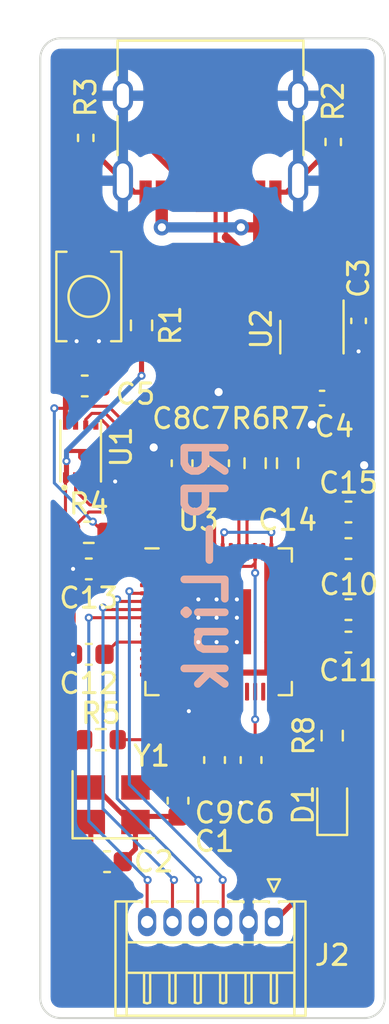
<source format=kicad_pcb>
(kicad_pcb (version 20211014) (generator pcbnew)
  (layers (0 "F.Cu" signal) (31 "B.Cu" signal) (34 "B.Paste" user) (35 "F.Paste" user) (36 "B.SilkS" user "B.Silkscreen") (37 "F.SilkS" user "F.Silkscreen") (38 "B.Mask" user) (39 "F.Mask" user) (44 "Edge.Cuts" user))
  (net 0 "")
  (net 1 "GND")
  (net 2 "/XOUT")
  (net 3 "Net-(C2-Pad2)")
  (net 4 "VBUS")
  (net 5 "+3.3V")
  (net 6 "+1V1")
  (net 7 "/GPIO25")
  (net 8 "Net-(J1-PadA5)")
  (net 9 "/USB_D+")
  (net 10 "/USB_D-")
  (net 12 "Net-(J1-PadB5)")
  (net 14 "/GPIO2")
  (net 15 "/GPIO3")
  (net 16 "/GPIO4")
  (net 17 "/GPIO5")
  (net 18 "Net-(R1-Pad1)")
  (net 19 "/QSPI_SS")
  (net 20 "/XIN")
  (net 21 "Net-(R6-Pad2)")
  (net 22 "Net-(R7-Pad2)")
  (net 23 "/QSPI_SD1")
  (net 24 "/QSPI_SD2")
  (net 25 "/QSPI_SD0")
  (net 26 "/QSPI_SCLK")
  (net 27 "/QSPI_SD3")
  (net 57 "Net-(D1-Pad2)")
  (footprint "Resistor_SMD:R_0402_1005Metric" (layer "F.Cu") (at 130.65 69.4 -90)
    (fp_text reference "R2" (at -2 0 90) (layer "F.SilkS"))
    (fp_text value "5.1K")
    (pad "1" smd roundrect (at -0.51 0 270) (size 0.54 0.64) (layers "F.Cu" "F.Paste" "F.Mask") (net 8 "Net-(J1-PadA5)"))
    (pad "2" smd roundrect (at 0.51 0 270) (size 0.54 0.64) (layers "F.Cu" "F.Paste" "F.Mask") (net 1 "GND"))
  )
  (footprint "Resistor_SMD:R_0603_1608Metric" (layer "F.Cu") (at 119.2 98.8)
    (fp_text reference "R5" (at 0 -1.3) (layer "F.SilkS"))
    (fp_text value "1K")
    (pad "1" smd roundrect (at -0.825 0) (size 0.8 0.95) (layers "F.Cu" "F.Paste" "F.Mask") (net 3 "Net-(C2-Pad2)"))
    (pad "2" smd roundrect (at 0.825 0) (size 0.8 0.95) (layers "F.Cu" "F.Paste" "F.Mask") (net 20 "/XIN"))
  )
  (footprint "Crystal:Crystal_SMD_3225-4Pin_3.2x2.5mm" (layer "F.Cu") (at 119.8 102)
    (fp_text reference "Y1" (at 1.9 -2.4 180) (layer "F.SilkS"))
    (fp_text value "Crystal_GND24")
    (pad "1" smd rect (at -1.1 0.85) (size 1.4 1.2) (layers "F.Cu" "F.Paste" "F.Mask") (net 3 "Net-(C2-Pad2)"))
    (pad "2" smd rect (at 1.1 0.85) (size 1.4 1.2) (layers "F.Cu" "F.Paste" "F.Mask") (net 1 "GND"))
    (pad "3" smd rect (at 1.1 -0.85) (size 1.4 1.2) (layers "F.Cu" "F.Paste" "F.Mask") (net 2 "/XOUT"))
    (pad "4" smd rect (at -1.1 -0.85) (size 1.4 1.2) (layers "F.Cu" "F.Paste" "F.Mask") (net 1 "GND"))
  )
  (footprint "Package_SON:USON-8_2x3mm_P0.6mm" (layer "F.Cu") (at 118.2 84.6 90)
    (fp_text reference "U1" (at 0.2 2 90 unlocked) (layer "F.SilkS"))
    (fp_text value "W25Q16JVUX")
    (pad "1" smd rect (at -1.5 -0.75 90) (size 0.45 0.25) (drill (offset 0.225 0)) (layers "F.Cu" "F.Paste" "F.Mask") (net 19 "/QSPI_SS"))
    (pad "2" smd rect (at -1.5 -0.25 90) (size 0.45 0.25) (drill (offset 0.225 0)) (layers "F.Cu" "F.Paste" "F.Mask") (net 23 "/QSPI_SD1"))
    (pad "3" smd rect (at -1.5 0.25 90) (size 0.45 0.25) (drill (offset 0.225 0)) (layers "F.Cu" "F.Paste" "F.Mask") (net 24 "/QSPI_SD2"))
    (pad "4" smd rect (at -1.5 0.75 90) (size 0.45 0.25) (drill (offset 0.225 0)) (layers "F.Cu" "F.Paste" "F.Mask") (net 1 "GND"))
    (pad "5" smd rect (at 1.5 0.75 270) (size 0.45 0.25) (drill (offset 0.225 0)) (layers "F.Cu" "F.Paste" "F.Mask") (net 25 "/QSPI_SD0"))
    (pad "6" smd rect (at 1.5 0.25 270) (size 0.45 0.25) (drill (offset 0.225 0)) (layers "F.Cu" "F.Paste" "F.Mask") (net 26 "/QSPI_SCLK"))
    (pad "7" smd rect (at 1.5 -0.25 270) (size 0.45 0.25) (drill (offset 0.225 0)) (layers "F.Cu" "F.Paste" "F.Mask") (net 27 "/QSPI_SD3"))
    (pad "8" smd rect (at 1.5 -0.75 270) (size 0.45 0.25) (drill (offset 0.225 0)) (layers "F.Cu" "F.Paste" "F.Mask") (net 5 "+3.3V"))
    (pad "9" smd roundrect (at 0 0 90) (size 0.2 1.6) (layers "F.Cu" "F.Paste" "F.Mask") (roundrect_rratio 0) (chamfer_ratio 0.5) (chamfer top_left) (net 1 "GND"))
  )
  (footprint "Capacitor_SMD:C_0603_1608Metric" (layer "F.Cu") (at 118.6 94.6 180)
    (fp_text reference "C12" (at 0 -1.43) (layer "F.SilkS"))
    (fp_text value "100n")
    (pad "1" smd roundrect (at -0.775 0 180) (size 0.9 0.95) (layers "F.Cu" "F.Paste" "F.Mask") (net 5 "+3.3V"))
    (pad "2" smd roundrect (at 0.775 0 180) (size 0.9 0.95) (layers "F.Cu" "F.Paste" "F.Mask") (net 1 "GND"))
  )
  (footprint "Capacitor_SMD:C_0402_1005Metric" (layer "F.Cu") (at 130.1 82 180)
    (fp_text reference "C4" (at -0.6 -1.4) (layer "F.SilkS"))
    (fp_text value "1u")
    (pad "1" smd roundrect (at -0.48 0 180) (size 0.56 0.62) (layers "F.Cu" "F.Paste" "F.Mask") (net 5 "+3.3V"))
    (pad "2" smd roundrect (at 0.48 0 180) (size 0.56 0.62) (layers "F.Cu" "F.Paste" "F.Mask") (net 1 "GND"))
  )
  (footprint "Resistor_SMD:R_0402_1005Metric" (layer "F.Cu") (at 118.45 69.2 -90)
    (fp_text reference "R3" (at -2 0 90) (layer "F.SilkS"))
    (fp_text value "5.1K")
    (pad "1" smd roundrect (at -0.51 0 270) (size 0.54 0.64) (layers "F.Cu" "F.Paste" "F.Mask") (net 12 "Net-(J1-PadB5)"))
    (pad "2" smd roundrect (at 0.51 0 270) (size 0.54 0.64) (layers "F.Cu" "F.Paste" "F.Mask") (net 1 "GND"))
  )
  (footprint "Package_TO_SOT_SMD:SOT-23-5" (layer "F.Cu") (at 129.6 79 -90)
    (fp_text reference "U2" (at -0.4 2.5 90) (layer "F.SilkS"))
    (fp_text value "ME6211C33M5G")
    (pad "1" smd roundrect (at -1.1375 -0.95 270) (size 1.325 0.6) (layers "F.Cu" "F.Paste" "F.Mask") (net 4 "VBUS"))
    (pad "2" smd roundrect (at -1.1375 0 270) (size 1.325 0.6) (layers "F.Cu" "F.Paste" "F.Mask") (net 1 "GND"))
    (pad "3" smd roundrect (at -1.1375 0.95 270) (size 1.325 0.6) (layers "F.Cu" "F.Paste" "F.Mask") (net 4 "VBUS"))
    (pad "4" smd roundrect (at 1.1375 0.95 270) (size 1.325 0.6) (layers "F.Cu" "F.Paste" "F.Mask"))
    (pad "5" smd roundrect (at 1.1375 -0.95 270) (size 1.325 0.6) (layers "F.Cu" "F.Paste" "F.Mask") (net 5 "+3.3V"))
  )
  (footprint "Resistor_SMD:R_0603_1608Metric" (layer "F.Cu") (at 121.2 78.42 -90)
    (fp_text reference "R1" (at 0 -1.43 90) (layer "F.SilkS"))
    (fp_text value "1K")
    (pad "1" smd roundrect (at -0.825 0 270) (size 0.8 0.95) (layers "F.Cu" "F.Paste" "F.Mask") (net 18 "Net-(R1-Pad1)"))
    (pad "2" smd roundrect (at 0.825 0 270) (size 0.8 0.95) (layers "F.Cu" "F.Paste" "F.Mask") (net 19 "/QSPI_SS"))
  )
  (footprint "Capacitor_SMD:C_0603_1608Metric" (layer "F.Cu") (at 124.8 99.8 -90)
    (fp_text reference "C9" (at 2.6 0 180) (layer "F.SilkS"))
    (fp_text value "1u")
    (pad "1" smd roundrect (at -0.775 0 270) (size 0.9 0.95) (layers "F.Cu" "F.Paste" "F.Mask") (net 5 "+3.3V"))
    (pad "2" smd roundrect (at 0.775 0 270) (size 0.9 0.95) (layers "F.Cu" "F.Paste" "F.Mask") (net 1 "GND"))
  )
  (footprint "Capacitor_SMD:C_0603_1608Metric" (layer "F.Cu") (at 119.5 104.8 180)
    (fp_text reference "C2" (at -2.3 0 180) (layer "F.SilkS"))
    (fp_text value "20p")
    (pad "1" smd roundrect (at -0.775 0 180) (size 0.9 0.95) (layers "F.Cu" "F.Paste" "F.Mask") (net 1 "GND"))
    (pad "2" smd roundrect (at 0.775 0 180) (size 0.9 0.95) (layers "F.Cu" "F.Paste" "F.Mask") (net 3 "Net-(C2-Pad2)"))
  )
  (footprint "Capacitor_SMD:C_0603_1608Metric" (layer "F.Cu") (at 131.4 92.4)
    (fp_text reference "C10" (at 0.022381 -1.23) (layer "F.SilkS"))
    (fp_text value "100n")
    (pad "1" smd roundrect (at -0.775 0) (size 0.9 0.95) (layers "F.Cu" "F.Paste" "F.Mask") (net 5 "+3.3V"))
    (pad "2" smd roundrect (at 0.775 0) (size 0.9 0.95) (layers "F.Cu" "F.Paste" "F.Mask") (net 1 "GND"))
  )
  (footprint "Capacitor_SMD:C_0603_1608Metric" (layer "F.Cu") (at 131.4 89.4)
    (fp_text reference "C14" (at -3 -1.4) (layer "F.SilkS"))
    (fp_text value "100n")
    (pad "1" smd roundrect (at -0.775 0) (size 0.9 0.95) (layers "F.Cu" "F.Paste" "F.Mask") (net 5 "+3.3V"))
    (pad "2" smd roundrect (at 0.775 0) (size 0.9 0.95) (layers "F.Cu" "F.Paste" "F.Mask") (net 1 "GND"))
  )
  (footprint "Capacitor_SMD:C_0603_1608Metric" (layer "F.Cu") (at 123 101.8 90)
    (fp_text reference "C1" (at -2 1.8) (layer "F.SilkS"))
    (fp_text value "20p")
    (pad "1" smd roundrect (at -0.775 0 90) (size 0.9 0.95) (layers "F.Cu" "F.Paste" "F.Mask") (net 1 "GND"))
    (pad "2" smd roundrect (at 0.775 0 90) (size 0.9 0.95) (layers "F.Cu" "F.Paste" "F.Mask") (net 2 "/XOUT"))
  )
  (footprint "Capacitor_SMD:C_0603_1608Metric" (layer "F.Cu") (at 118.6 90.4 180)
    (fp_text reference "C13" (at 0 -1.43) (layer "F.SilkS"))
    (fp_text value "100n")
    (pad "1" smd roundrect (at -0.775 0 180) (size 0.9 0.95) (layers "F.Cu" "F.Paste" "F.Mask") (net 5 "+3.3V"))
    (pad "2" smd roundrect (at 0.775 0 180) (size 0.9 0.95) (layers "F.Cu" "F.Paste" "F.Mask") (net 1 "GND"))
  )
  (footprint "Connector_Hirose:Hirose_DF13-06P-1.25DS_1x06_P1.25mm_Horizontal" (layer "F.Cu") (at 127.725 107.7675 180)
    (fp_text reference "J2" (at -2.875 -1.6325) (layer "F.SilkS"))
    (fp_text value "Conn_01x06")
    (pad "1" thru_hole roundrect (at 0 0 180) (size 0.9 1.4) (drill 0.6) (layers *.Cu *.Mask) (net 5 "+3.3V"))
    (pad "2" thru_hole oval (at 1.25 0 180) (size 0.9 1.4) (drill 0.6) (layers *.Cu *.Mask) (net 1 "GND"))
    (pad "3" thru_hole oval (at 2.5 0 180) (size 0.9 1.4) (drill 0.6) (layers *.Cu *.Mask) (net 14 "/GPIO2"))
    (pad "4" thru_hole oval (at 3.75 0 180) (size 0.9 1.4) (drill 0.6) (layers *.Cu *.Mask) (net 15 "/GPIO3"))
    (pad "5" thru_hole oval (at 5 0 180) (size 0.9 1.4) (drill 0.6) (layers *.Cu *.Mask) (net 16 "/GPIO4"))
    (pad "6" thru_hole oval (at 6.25 0 180) (size 0.9 1.4) (drill 0.6) (layers *.Cu *.Mask) (net 17 "/GPIO5"))
  )
  (footprint "Capacitor_SMD:C_0603_1608Metric" (layer "F.Cu") (at 125 85.2 90)
    (fp_text reference "C7" (at 2.2 -0.4 180) (layer "F.SilkS"))
    (fp_text value "100n")
    (pad "1" smd roundrect (at -0.775 0 90) (size 0.9 0.95) (layers "F.Cu" "F.Paste" "F.Mask") (net 6 "+1V1"))
    (pad "2" smd roundrect (at 0.775 0 90) (size 0.9 0.95) (layers "F.Cu" "F.Paste" "F.Mask") (net 1 "GND"))
  )
  (footprint "Capacitor_SMD:C_0603_1608Metric" (layer "F.Cu") (at 131.4 87.6)
    (fp_text reference "C15" (at 0 -1.43) (layer "F.SilkS"))
    (fp_text value "100n")
    (pad "1" smd roundrect (at -0.775 0) (size 0.9 0.95) (layers "F.Cu" "F.Paste" "F.Mask") (net 5 "+3.3V"))
    (pad "2" smd roundrect (at 0.775 0) (size 0.9 0.95) (layers "F.Cu" "F.Paste" "F.Mask") (net 1 "GND"))
  )
  (footprint "Capacitor_SMD:C_0603_1608Metric" (layer "F.Cu") (at 126.6 99.8 -90)
    (fp_text reference "C6" (at 2.6 -0.2 180) (layer "F.SilkS"))
    (fp_text value "100n")
    (pad "1" smd roundrect (at -0.775 0 270) (size 0.9 0.95) (layers "F.Cu" "F.Paste" "F.Mask") (net 6 "+1V1"))
    (pad "2" smd roundrect (at 0.775 0 270) (size 0.9 0.95) (layers "F.Cu" "F.Paste" "F.Mask") (net 1 "GND"))
  )
  (footprint "Button_Switch_SMD:SKRKAEE020" (layer "F.Cu") (at 118.6 77 90)
    (fp_text reference "SW1" hide)
    (fp_text value "SKRKAEE020_SMD")
    (pad "1" smd rect (at -2.2 0 90) (size 1.2 2) (layers "F.Cu" "F.Paste" "F.Mask") (net 1 "GND"))
    (pad "2" smd rect (at 2.2 0 90) (size 1.2 2) (layers "F.Cu" "F.Paste" "F.Mask") (net 18 "Net-(R1-Pad1)"))
  )
  (footprint "Capacitor_SMD:C_0603_1608Metric" (layer "F.Cu") (at 131.4 94)
    (fp_text reference "C11" (at 0 1.4) (layer "F.SilkS"))
    (fp_text value "100n")
    (pad "1" smd roundrect (at -0.775 0) (size 0.9 0.95) (layers "F.Cu" "F.Paste" "F.Mask") (net 5 "+3.3V"))
    (pad "2" smd roundrect (at 0.775 0) (size 0.9 0.95) (layers "F.Cu" "F.Paste" "F.Mask") (net 1 "GND"))
  )
  (footprint "Resistor_SMD:R_0603_1608Metric" (layer "F.Cu") (at 128.4 85.2 -90)
    (fp_text reference "R7" (at -2.2 -0.1 180) (layer "F.SilkS"))
    (fp_text value "27r")
    (pad "1" smd roundrect (at -0.825 0 270) (size 0.8 0.95) (layers "F.Cu" "F.Paste" "F.Mask") (net 10 "/USB_D-"))
    (pad "2" smd roundrect (at 0.825 0 270) (size 0.8 0.95) (layers "F.Cu" "F.Paste" "F.Mask") (net 22 "Net-(R7-Pad2)"))
  )
  (footprint "Capacitor_SMD:C_0402_1005Metric" (layer "F.Cu") (at 131.9 78.2 -90)
    (fp_text reference "C3" (at -2.1 0 90) (layer "F.SilkS"))
    (fp_text value "1u")
    (pad "1" smd roundrect (at -0.48 0 270) (size 0.56 0.62) (layers "F.Cu" "F.Paste" "F.Mask") (net 4 "VBUS"))
    (pad "2" smd roundrect (at 0.48 0 270) (size 0.56 0.62) (layers "F.Cu" "F.Paste" "F.Mask") (net 1 "GND"))
  )
  (footprint "LED_SMD:LED_0603_1608Metric" (layer "F.Cu") (at 130.6 102 90)
    (fp_text reference "D1" (at 0 -1.43 90) (layer "F.SilkS"))
    (fp_text value "LED")
    (pad "1" smd roundrect (at -0.7875 0 90) (size 0.875 0.95) (layers "F.Cu" "F.Paste" "F.Mask") (net 1 "GND"))
    (pad "2" smd roundrect (at 0.7875 0 90) (size 0.875 0.95) (layers "F.Cu" "F.Paste" "F.Mask") (net 57 "Net-(D1-Pad2)"))
  )
  (footprint "Resistor_SMD:R_0603_1608Metric" (layer "F.Cu") (at 130.6 98.6 -90)
    (fp_text reference "R8" (at 0 1.4 90) (layer "F.SilkS"))
    (fp_text value "470r")
    (pad "1" smd roundrect (at -0.825 0 270) (size 0.8 0.95) (layers "F.Cu" "F.Paste" "F.Mask") (net 7 "/GPIO25"))
    (pad "2" smd roundrect (at 0.825 0 270) (size 0.8 0.95) (layers "F.Cu" "F.Paste" "F.Mask") (net 57 "Net-(D1-Pad2)"))
  )
  (footprint "Package_DFN_QFN:QFN-56-1EP_7x7mm_P0.4mm_EP3.2x3.2mm" (layer "F.Cu") (at 125 93)
    (fp_text reference "U3" (at -1 -5) (layer "F.SilkS"))
    (fp_text value "RP2040")
    (pad "1" smd roundrect locked (at -3.4375 -2.6) (size 0.875 0.2) (layers "F.Cu" "F.Paste" "F.Mask") (net 5 "+3.3V"))
    (pad "2" smd roundrect locked (at -3.4375 -2.2) (size 0.875 0.2) (layers "F.Cu" "F.Paste" "F.Mask"))
    (pad "3" smd roundrect locked (at -3.4375 -1.8) (size 0.875 0.2) (layers "F.Cu" "F.Paste" "F.Mask"))
    (pad "4" smd roundrect locked (at -3.4375 -1.4) (size 0.875 0.2) (layers "F.Cu" "F.Paste" "F.Mask") (net 14 "/GPIO2"))
    (pad "5" smd roundrect locked (at -3.4375 -1) (size 0.875 0.2) (layers "F.Cu" "F.Paste" "F.Mask") (net 15 "/GPIO3"))
    (pad "6" smd roundrect locked (at -3.4375 -0.6) (size 0.875 0.2) (layers "F.Cu" "F.Paste" "F.Mask") (net 16 "/GPIO4"))
    (pad "7" smd roundrect locked (at -3.4375 -0.2) (size 0.875 0.2) (layers "F.Cu" "F.Paste" "F.Mask") (net 17 "/GPIO5"))
    (pad "8" smd roundrect locked (at -3.4375 0.2) (size 0.875 0.2) (layers "F.Cu" "F.Paste" "F.Mask"))
    (pad "9" smd roundrect locked (at -3.4375 0.6) (size 0.875 0.2) (layers "F.Cu" "F.Paste" "F.Mask"))
    (pad "10" smd roundrect locked (at -3.4375 1) (size 0.875 0.2) (layers "F.Cu" "F.Paste" "F.Mask") (net 5 "+3.3V"))
    (pad "11" smd roundrect locked (at -3.4375 1.4) (size 0.875 0.2) (layers "F.Cu" "F.Paste" "F.Mask"))
    (pad "12" smd roundrect locked (at -3.4375 1.8) (size 0.875 0.2) (layers "F.Cu" "F.Paste" "F.Mask"))
    (pad "13" smd roundrect locked (at -3.4375 2.2) (size 0.875 0.2) (layers "F.Cu" "F.Paste" "F.Mask"))
    (pad "14" smd roundrect locked (at -3.4375 2.6) (size 0.875 0.2) (layers "F.Cu" "F.Paste" "F.Mask"))
    (pad "15" smd roundrect locked (at -2.6 3.4375) (size 0.2 0.875) (layers "F.Cu" "F.Paste" "F.Mask"))
    (pad "16" smd roundrect locked (at -2.2 3.4375) (size 0.2 0.875) (layers "F.Cu" "F.Paste" "F.Mask"))
    (pad "17" smd roundrect locked (at -1.8 3.4375) (size 0.2 0.875) (layers "F.Cu" "F.Paste" "F.Mask"))
    (pad "18" smd roundrect locked (at -1.4 3.4375) (size 0.2 0.875) (layers "F.Cu" "F.Paste" "F.Mask"))
    (pad "19" smd roundrect locked (at -1 3.4375) (size 0.2 0.875) (layers "F.Cu" "F.Paste" "F.Mask") (net 1 "GND"))
    (pad "20" smd roundrect locked (at -0.6 3.4375) (size 0.2 0.875) (layers "F.Cu" "F.Paste" "F.Mask") (net 20 "/XIN"))
    (pad "21" smd roundrect locked (at -0.2 3.4375) (size 0.2 0.875) (layers "F.Cu" "F.Paste" "F.Mask") (net 2 "/XOUT"))
    (pad "22" smd roundrect locked (at 0.2 3.4375) (size 0.2 0.875) (layers "F.Cu" "F.Paste" "F.Mask") (net 5 "+3.3V"))
    (pad "23" smd roundrect locked (at 0.6 3.4375) (size 0.2 0.875) (layers "F.Cu" "F.Paste" "F.Mask") (net 6 "+1V1"))
    (pad "24" smd roundrect locked (at 1 3.4375) (size 0.2 0.875) (layers "F.Cu" "F.Paste" "F.Mask"))
    (pad "25" smd roundrect locked (at 1.4 3.4375) (size 0.2 0.875) (layers "F.Cu" "F.Paste" "F.Mask"))
    (pad "26" smd roundrect locked (at 1.8 3.4375) (size 0.2 0.875) (layers "F.Cu" "F.Paste" "F.Mask"))
    (pad "27" smd roundrect locked (at 2.2 3.4375) (size 0.2 0.875) (layers "F.Cu" "F.Paste" "F.Mask"))
    (pad "28" smd roundrect locked (at 2.6 3.4375) (size 0.2 0.875) (layers "F.Cu" "F.Paste" "F.Mask"))
    (pad "29" smd roundrect locked (at 3.4375 2.6) (size 0.875 0.2) (layers "F.Cu" "F.Paste" "F.Mask"))
    (pad "30" smd roundrect locked (at 3.4375 2.2) (size 0.875 0.2) (layers "F.Cu" "F.Paste" "F.Mask"))
    (pad "31" smd roundrect locked (at 3.4375 1.8) (size 0.875 0.2) (layers "F.Cu" "F.Paste" "F.Mask"))
    (pad "32" smd roundrect locked (at 3.4375 1.4) (size 0.875 0.2) (layers "F.Cu" "F.Paste" "F.Mask"))
    (pad "33" smd roundrect locked (at 3.4375 1) (size 0.875 0.2) (layers "F.Cu" "F.Paste" "F.Mask") (net 5 "+3.3V"))
    (pad "34" smd roundrect locked (at 3.4375 0.6) (size 0.875 0.2) (layers "F.Cu" "F.Paste" "F.Mask"))
    (pad "35" smd roundrect locked (at 3.4375 0.2) (size 0.875 0.2) (layers "F.Cu" "F.Paste" "F.Mask"))
    (pad "36" smd roundrect locked (at 3.4375 -0.2) (size 0.875 0.2) (layers "F.Cu" "F.Paste" "F.Mask"))
    (pad "37" smd roundrect locked (at 3.4375 -0.6) (size 0.875 0.2) (layers "F.Cu" "F.Paste" "F.Mask") (net 7 "/GPIO25"))
    (pad "38" smd roundrect locked (at 3.4375 -1) (size 0.875 0.2) (layers "F.Cu" "F.Paste" "F.Mask"))
    (pad "39" smd roundrect locked (at 3.4375 -1.4) (size 0.875 0.2) (layers "F.Cu" "F.Paste" "F.Mask"))
    (pad "40" smd roundrect locked (at 3.4375 -1.8) (size 0.875 0.2) (layers "F.Cu" "F.Paste" "F.Mask"))
    (pad "41" smd roundrect locked (at 3.4375 -2.2) (size 0.875 0.2) (layers "F.Cu" "F.Paste" "F.Mask"))
    (pad "42" smd roundrect locked (at 3.4375 -2.6) (size 0.875 0.2) (layers "F.Cu" "F.Paste" "F.Mask") (net 5 "+3.3V"))
    (pad "43" smd roundrect locked (at 2.6 -3.4375) (size 0.2 0.875) (layers "F.Cu" "F.Paste" "F.Mask") (net 5 "+3.3V"))
    (pad "44" smd roundrect locked (at 2.2 -3.4375) (size 0.2 0.875) (layers "F.Cu" "F.Paste" "F.Mask") (net 5 "+3.3V"))
    (pad "45" smd roundrect locked (at 1.8 -3.4375) (size 0.2 0.875) (layers "F.Cu" "F.Paste" "F.Mask") (net 6 "+1V1"))
    (pad "46" smd roundrect locked (at 1.4 -3.4375) (size 0.2 0.875) (layers "F.Cu" "F.Paste" "F.Mask") (net 22 "Net-(R7-Pad2)"))
    (pad "47" smd roundrect locked (at 1 -3.4375) (size 0.2 0.875) (layers "F.Cu" "F.Paste" "F.Mask") (net 21 "Net-(R6-Pad2)"))
    (pad "48" smd roundrect locked (at 0.6 -3.4375) (size 0.2 0.875) (layers "F.Cu" "F.Paste" "F.Mask") (net 5 "+3.3V"))
    (pad "49" smd roundrect locked (at 0.2 -3.4375) (size 0.2 0.875) (layers "F.Cu" "F.Paste" "F.Mask") (net 5 "+3.3V"))
    (pad "50" smd roundrect locked (at -0.2 -3.4375) (size 0.2 0.875) (layers "F.Cu" "F.Paste" "F.Mask") (net 6 "+1V1"))
    (pad "51" smd roundrect locked (at -0.6 -3.4375) (size 0.2 0.875) (layers "F.Cu" "F.Paste" "F.Mask") (net 27 "/QSPI_SD3"))
    (pad "52" smd roundrect locked (at -1 -3.4375) (size 0.2 0.875) (layers "F.Cu" "F.Paste" "F.Mask") (net 26 "/QSPI_SCLK"))
    (pad "53" smd roundrect locked (at -1.4 -3.4375) (size 0.2 0.875) (layers "F.Cu" "F.Paste" "F.Mask") (net 25 "/QSPI_SD0"))
    (pad "54" smd roundrect locked (at -1.8 -3.4375) (size 0.2 0.875) (layers "F.Cu" "F.Paste" "F.Mask") (net 24 "/QSPI_SD2"))
    (pad "55" smd roundrect locked (at -2.2 -3.4375) (size 0.2 0.875) (layers "F.Cu" "F.Paste" "F.Mask") (net 23 "/QSPI_SD1"))
    (pad "56" smd roundrect locked (at -2.6 -3.4375) (size 0.2 0.875) (layers "F.Cu" "F.Paste" "F.Mask") (net 19 "/QSPI_SS"))
    (pad "57" smd rect locked (at 0 0) (size 3.2 3.2) (layers "F.Cu" "F.Mask") (net 1 "GND"))
  )
  (footprint "Resistor_SMD:R_0603_1608Metric" (layer "F.Cu") (at 126.8 85.2 -90)
    (fp_text reference "R6" (at -2.2 0.2 180) (layer "F.SilkS"))
    (fp_text value "27r")
    (pad "1" smd roundrect (at -0.825 0 270) (size 0.8 0.95) (layers "F.Cu" "F.Paste" "F.Mask") (net 9 "/USB_D+"))
    (pad "2" smd roundrect (at 0.825 0 270) (size 0.8 0.95) (layers "F.Cu" "F.Paste" "F.Mask") (net 21 "Net-(R6-Pad2)"))
  )
  (footprint "Capacitor_SMD:C_0603_1608Metric" (layer "F.Cu") (at 123.2 85.2 90)
    (fp_text reference "C8" (at 2.2 -0.5 180) (layer "F.SilkS"))
    (fp_text value "1u")
    (pad "1" smd roundrect (at -0.775 0 90) (size 0.9 0.95) (layers "F.Cu" "F.Paste" "F.Mask") (net 6 "+1V1"))
    (pad "2" smd roundrect (at 0.775 0 90) (size 0.9 0.95) (layers "F.Cu" "F.Paste" "F.Mask") (net 1 "GND"))
  )
  (footprint "Connector_USB:USB_C_Receptacle_XKB_U262-16XN-4BVC11" (layer "F.Cu") (at 124.6 68.2 180)
    (fp_text reference "J1" hide)
    (fp_text value "TYPE-C_16P")
    (pad "" np_thru_hole circle (at -2.89 -2.605 180) (size 0.65 0.65) (drill 0.65) (layers *.Cu *.Mask))
    (pad "" np_thru_hole circle (at 2.89 -2.605 180) (size 0.65 0.65) (drill 0.65) (layers *.Cu *.Mask))
    (pad "A1" smd rect (at -3.35 -3.67 180) (size 0.3 1.15) (layers "F.Cu" "F.Paste" "F.Mask") (net 1 "GND"))
    (pad "A4" smd rect (at -2.55 -3.67 180) (size 0.3 1.15) (layers "F.Cu" "F.Paste" "F.Mask") (net 4 "VBUS"))
    (pad "A5" smd rect (at -1.25 -3.67 180) (size 0.3 1.15) (layers "F.Cu" "F.Paste" "F.Mask") (net 8 "Net-(J1-PadA5)"))
    (pad "A6" smd rect (at -0.25 -3.67 180) (size 0.3 1.15) (layers "F.Cu" "F.Paste" "F.Mask") (net 9 "/USB_D+"))
    (pad "A7" smd rect (at 0.25 -3.67 180) (size 0.3 1.15) (layers "F.Cu" "F.Paste" "F.Mask") (net 10 "/USB_D-"))
    (pad "A8" smd rect (at 1.25 -3.67 180) (size 0.3 1.15) (layers "F.Cu" "F.Paste" "F.Mask"))
    (pad "A9" smd rect (at 2.55 -3.67 180) (size 0.3 1.15) (layers "F.Cu" "F.Paste" "F.Mask") (net 4 "VBUS"))
    (pad "A12" smd rect (at 3.35 -3.67 180) (size 0.3 1.15) (layers "F.Cu" "F.Paste" "F.Mask") (net 1 "GND"))
    (pad "B1" smd rect (at 3.05 -3.67 180) (size 0.3 1.15) (layers "F.Cu" "F.Paste" "F.Mask") (net 1 "GND"))
    (pad "B4" smd rect (at 2.25 -3.67 180) (size 0.3 1.15) (layers "F.Cu" "F.Paste" "F.Mask") (net 4 "VBUS"))
    (pad "B5" smd rect (at 1.75 -3.67 180) (size 0.3 1.15) (layers "F.Cu" "F.Paste" "F.Mask") (net 12 "Net-(J1-PadB5)"))
    (pad "B6" smd rect (at 0.75 -3.67 180) (size 0.3 1.15) (layers "F.Cu" "F.Paste" "F.Mask") (net 9 "/USB_D+"))
    (pad "B7" smd rect (at -0.75 -3.67 180) (size 0.3 1.15) (layers "F.Cu" "F.Paste" "F.Mask") (net 10 "/USB_D-"))
    (pad "B8" smd rect (at -1.75 -3.67 180) (size 0.3 1.15) (layers "F.Cu" "F.Paste" "F.Mask"))
    (pad "B9" smd rect (at -2.25 -3.67 180) (size 0.3 1.15) (layers "F.Cu" "F.Paste" "F.Mask") (net 4 "VBUS"))
    (pad "B12" smd rect (at -3.05 -3.67 180) (size 0.3 1.15) (layers "F.Cu" "F.Paste" "F.Mask") (net 1 "GND"))
    (pad "S1" thru_hole oval (at 4.32 -3.105 180) (size 1 2.1) (drill oval 0.6 1.7) (layers *.Cu *.Mask) (net 1 "GND"))
    (pad "S1" thru_hole oval (at 4.32 1.075 180) (size 1 1.6) (drill oval 0.6 1.2) (layers *.Cu *.Mask) (net 1 "GND"))
    (pad "S1" thru_hole oval (at -4.32 -3.105 180) (size 1 2.1) (drill oval 0.6 1.7) (layers *.Cu *.Mask) (net 1 "GND"))
    (pad "S1" thru_hole oval (at -4.32 1.075 180) (size 1 1.6) (drill oval 0.6 1.2) (layers *.Cu *.Mask) (net 1 "GND"))
  )
  (footprint "Capacitor_SMD:C_0603_1608Metric" (layer "F.Cu") (at 118.4 81.4)
    (fp_text reference "C5" (at 2.5 0.4) (layer "F.SilkS"))
    (fp_text value "100n")
    (pad "1" smd roundrect (at -0.775 0) (size 0.9 0.95) (layers "F.Cu" "F.Paste" "F.Mask") (net 5 "+3.3V"))
    (pad "2" smd roundrect (at 0.775 0) (size 0.9 0.95) (layers "F.Cu" "F.Paste" "F.Mask") (net 1 "GND"))
  )
  (footprint "Resistor_SMD:R_0603_1608Metric" (layer "F.Cu") (at 118.6 88.6)
    (fp_text reference "R4" (at 0 -1.4) (layer "F.SilkS"))
    (fp_text value "10K")
    (pad "1" smd roundrect (at -0.825 0) (size 0.8 0.95) (layers "F.Cu" "F.Paste" "F.Mask") (net 19 "/QSPI_SS"))
    (pad "2" smd roundrect (at 0.825 0) (size 0.8 0.95) (layers "F.Cu" "F.Paste" "F.Mask") (net 5 "+3.3V"))
  )
  (gr_arc (start 132.192893 64.3) (mid 132.900002 64.592891) (end 133.192893 65.3) (layer "Edge.Cuts") (width 0.1))
  (gr_arc (start 133.192893 111.5) (mid 132.899568 112.204599) (end 132.192895 112.492891) (layer "Edge.Cuts") (width 0.1))
  (gr_line (start 133.192893 111.5) (end 133.192893 65.3) (layer "Edge.Cuts") (width 0.1))
  (gr_line (start 116.207107 65.307107) (end 116.207109 111.492891) (layer "Edge.Cuts") (width 0.1))
  (gr_line (start 117.207107 64.3) (end 132.192893 64.3) (layer "Edge.Cuts") (width 0.1))
  (gr_line (start 117.207109 112.492891) (end 132.192895 112.492891) (layer "Edge.Cuts") (width 0.1))
  (gr_arc (start 117.207109 112.492891) (mid 116.5 112.2) (end 116.207109 111.492891) (layer "Edge.Cuts") (width 0.1))
  (gr_arc (start 116.207107 65.3) (mid 116.499998 64.592891) (end 117.207107 64.3) (layer "Edge.Cuts") (width 0.1))
  (gr_text "RP-Link" (at 124.4 90.2 90) (layer "B.SilkS") (effects (font (size 2 2) (thickness 0.375)) (justify mirror)))
  (segment (start 130.65 69.91) (end 130.315 69.91) (width 0.25) (layer "F.Cu") (net 1))
  (segment (start 126.1 101.875) (end 126.1 101.9) (width 0.15) (layer "F.Cu") (net 1))
  (segment (start 131.68 78.9) (end 131.9 78.68) (width 0.25) (layer "F.Cu") (net 1))
  (segment (start 124.8 100.775) (end 124.8 100.575) (width 0.25) (layer "F.Cu") (net 1))
  (segment (start 119.9 86.1) (end 118.95 86.1) (width 0.25) (layer "F.Cu") (net 1))
  (segment (start 132.175 89.4) (end 132.175 92.4) (width 0.45) (layer "F.Cu") (net 1))
  (segment (start 121.175 102.575) (end 120.9 102.85) (width 0.25) (layer "F.Cu") (net 1))
  (segment (start 129.6 77.8625) (end 129.6 78.9) (width 0.25) (layer "F.Cu") (net 1))
  (segment (start 129.6 78.9) (end 131.68 78.9) (width 0.25) (layer "F.Cu") (net 1))
  (segment (start 129.62 77.8425) (end 129.6 77.8625) (width 0.25) (layer "F.Cu") (net 1))
  (segment (start 118.625 85.325) (end 118.2 84.9) (width 0.25) (layer "F.Cu") (net 1))
  (segment (start 118.95 101.15) (end 118.7 101.15) (width 0.25) (layer "F.Cu") (net 1))
  (segment (start 128.355 71.87) (end 128.92 71.305) (width 0.25) (layer "F.Cu") (net 1))
  (segment (start 120.9 102.85) (end 120.65 102.85) (width 0.25) (layer "F.Cu") (net 1))
  (segment (start 125 84.425) (end 125 81.7) (width 0.25) (layer "F.Cu") (net 1))
  (segment (start 121.25 71.87) (end 120.845 71.87) (width 0.25) (layer "F.Cu") (net 1))
  (segment (start 131.9 78.68) (end 131.9 79.7) (width 0.25) (layer "F.Cu") (net 1))
  (segment (start 129.6 77.8625) (end 129.6 81.98) (width 0.25) (layer "F.Cu") (net 1))
  (segment (start 129.62 83.28) (end 129.6 83.3) (width 0.25) (layer "F.Cu") (net 1))
  (segment (start 118.2 84.9) (end 118.2 84.7) (width 0.25) (layer "F.Cu") (net 1))
  (segment (start 132.175 85.3) (end 132.175 89.4) (width 0.45) (layer "F.Cu") (net 1))
  (segment (start 119.175 79.775) (end 119.175 81.4) (width 0.25) (layer "F.Cu") (net 1))
  (segment (start 118.95 85.375) (end 118.9 85.325) (width 0.25) (layer "F.Cu") (net 1))
  (segment (start 120.9 104.175) (end 120.9 102.85) (width 0.25) (layer "F.Cu") (net 1))
  (segment (start 130.315 69.91) (end 128.92 71.305) (width 0.25) (layer "F.Cu") (net 1))
  (segment (start 118.9 85.325) (end 118.625 85.325) (width 0.25) (layer "F.Cu") (net 1))
  (segment (start 124 97) (end 124 96.4375) (width 0.15) (layer "F.Cu") (net 1))
  (segment (start 128.8125 102.7875) (end 126.6 100.575) (width 0.25) (layer "F.Cu") (net 1))
  (segment (start 127.9 72.12) (end 127.65 71.87) (width 0.25) (layer "F.Cu") (net 1))
  (segment (start 132.175 94) (end 132.175 92.4) (width 0.45) (layer "F.Cu") (net 1))
  (segment (start 120.275 104.8) (end 120.9 104.175) (width 0.25) (layer "F.Cu") (net 1))
  (segment (start 123 102.575) (end 124.8 100.775) (width 0.25) (layer "F.Cu") (net 1))
  (segment (start 129.6 81.98) (end 129.62 82) (width 0.25) (layer "F.Cu") (net 1))
  (segment (start 123.603284 97.396716) (end 124 97) (width 0.15) (layer "F.Cu") (net 1))
  (segment (start 126.6 100.575) (end 124.8 100.575) (width 0.25) (layer "F.Cu") (net 1))
  (segment (start 123.2 84.425) (end 125 84.425) (width 0.25) (layer "F.Cu") (net 1))
  (segment (start 130.6 102.7875) (end 128.8125 102.7875) (width 0.25) (layer "F.Cu") (net 1))
  (segment (start 120.845 71.87) (end 120.28 71.305) (width 0.25) (layer "F.Cu") (net 1))
  (segment (start 123 102.575) (end 121.175 102.575) (width 0.25) (layer "F.Cu") (net 1))
  (segment (start 120.65 102.85) (end 118.95 101.15) (width 0.25) (layer "F.Cu") (net 1))
  (segment (start 118.45 69.71) (end 118.685 69.71) (width 0.25) (layer "F.Cu") (net 1))
  (segment (start 124.8 100.575) (end 126.1 101.875) (width 0.15) (layer "F.Cu") (net 1))
  (segment (start 127.95 71.87) (end 128.355 71.87) (width 0.25) (layer "F.Cu") (net 1))
  (segment (start 118.95 86.1) (end 118.95 85.375) (width 0.25) (layer "F.Cu") (net 1))
  (segment (start 129.62 82) (end 129.62 83.28) (width 0.25) (layer "F.Cu") (net 1))
  (segment (start 118.6 79.2) (end 119.175 79.775) (width 0.25) (layer "F.Cu") (net 1))
  (segment (start 117.825 90.4) (end 117.825 94.6) (width 0.25) (layer "F.Cu") (net 1))
  (segment (start 118.685 69.71) (end 120.28 71.305) (width 0.25) (layer "F.Cu") (net 1))
  (segment (start 123.2 84.425) (end 121.8 84.425) (width 0.25) (layer "F.Cu") (net 1))
  (segment (start 123.532239 97.396716) (end 123.603284 97.396716) (width 0.15) (layer "F.Cu") (net 1))
  (via (at 117.825 90.4) (size 0.4) (drill 0.2) (layers "F.Cu" "B.Cu") (net 1))
  (via (at 129.6 83.3) (size 0.8) (drill 0.4) (layers "F.Cu" "B.Cu") (net 1))
  (via (at 124.9 92.8) (size 0.4) (drill 0.2) (layers "F.Cu" "B.Cu") (net 1))
  (via (at 124 91.9) (size 0.4) (drill 0.2) (layers "F.Cu" "B.Cu") (net 1))
  (via (at 117.825 94.6) (size 0.4) (drill 0.2) (layers "F.Cu" "B.Cu") (net 1))
  (via (at 118 79.2) (size 0.4) (drill 0.2) (layers "F.Cu" "B.Cu") (net 1))
  (via (at 124.9 94) (size 0.4) (drill 0.2) (layers "F.Cu" "B.Cu") (net 1))
  (via (at 126.1 101.9) (size 0.4) (drill 0.2) (layers "F.Cu" "B.Cu") (net 1))
  (via (at 131.9 79.7) (size 0.4) (drill 0.2) (layers "F.Cu" "B.Cu") (net 1))
  (via (at 124 92.8) (size 0.4) (drill 0.2) (layers "F.Cu" "B.Cu") (net 1))
  (via (at 125.9 92.8) (size 0.4) (drill 0.2) (layers "F.Cu" "B.Cu") (net 1))
  (via (at 132.175 85.3) (size 0.8) (drill 0.4) (layers "F.Cu" "B.Cu") (net 1))
  (via (at 119.1 79.2) (size 0.4) (drill 0.2) (layers "F.Cu" "B.Cu") (net 1))
  (via (at 121.8 84.425) (size 0.8) (drill 0.4) (layers "F.Cu" "B.Cu") (net 1))
  (via (at 124.9 91.9) (size 0.4) (drill 0.2) (layers "F.Cu" "B.Cu") (net 1))
  (via (at 119.9 86.1) (size 0.4) (drill 0.2) (layers "F.Cu" "B.Cu") (net 1))
  (via (at 125.9 91.9) (size 0.4) (drill 0.2) (layers "F.Cu" "B.Cu") (net 1))
  (via (at 123.532239 97.396716) (size 0.4) (drill 0.2) (layers "F.Cu" "B.Cu") (net 1))
  (via (at 125.9 94) (size 0.4) (drill 0.2) (layers "F.Cu" "B.Cu") (net 1))
  (via (at 125 81.7) (size 0.8) (drill 0.4) (layers "F.Cu" "B.Cu") (net 1))
  (via (at 124 94) (size 0.4) (drill 0.2) (layers "F.Cu" "B.Cu") (net 1))
  (segment (start 124.8 97.3) (end 123 99.1) (width 0.15) (layer "F.Cu") (net 2))
  (segment (start 120.9 101.15) (end 122.875 101.15) (width 0.25) (layer "F.Cu") (net 2))
  (segment (start 124.8 96.4375) (end 124.8 97.3) (width 0.15) (layer "F.Cu") (net 2))
  (segment (start 122.875 101.15) (end 123 101.025) (width 0.25) (layer "F.Cu") (net 2))
  (segment (start 123 99.1) (end 123 101.025) (width 0.15) (layer "F.Cu") (net 2))
  (segment (start 117.5 99.675) (end 117.5 102.5) (width 0.25) (layer "F.Cu") (net 3))
  (segment (start 117.5 102.5) (end 117.85 102.85) (width 0.25) (layer "F.Cu") (net 3))
  (segment (start 118.375 98.8) (end 117.5 99.675) (width 0.25) (layer "F.Cu") (net 3))
  (segment (start 117.85 102.85) (end 118.7 102.85) (width 0.25) (layer "F.Cu") (net 3))
  (segment (start 118.7 102.85) (end 118.7 104.775) (width 0.25) (layer "F.Cu") (net 3))
  (segment (start 118.7 104.775) (end 118.725 104.8) (width 0.25) (layer "F.Cu") (net 3))
  (segment (start 126.1 73.6) (end 126.7 73.6) (width 0.5) (layer "F.Cu") (net 4))
  (segment (start 126.85 71.87) (end 126.85 74.45) (width 0.3) (layer "F.Cu") (net 4))
  (segment (start 122.35 73.55) (end 122.3 73.6) (width 0.25) (layer "F.Cu") (net 4))
  (segment (start 122.3 73.6) (end 122.2 73.6) (width 0.25) (layer "F.Cu") (net 4))
  (segment (start 128.65 76.85) (end 128.65 77.8625) (width 0.25) (layer "F.Cu") (net 4))
  (segment (start 122.05 73.35) (end 122.2 73.5) (width 0.15) (layer "F.Cu") (net 4))
  (segment (start 122.05 71.87) (end 122.05 73.35) (width 0.32) (layer "F.Cu") (net 4))
  (segment (start 130.55 77.478249) (end 129.921751 76.85) (width 0.25) (layer "F.Cu") (net 4))
  (segment (start 127.15 71.87) (end 127.15 74.75) (width 0.3) (layer "F.Cu") (net 4))
  (segment (start 129.921751 76.85) (end 128.65 76.85) (width 0.25) (layer "F.Cu") (net 4))
  (segment (start 122.2 73.5) (end 122.2 73.6) (width 0.15) (layer "F.Cu") (net 4))
  (segment (start 127.15 74.75) (end 128.55 76.15) (width 0.25) (layer "F.Cu") (net 4))
  (segment (start 131.9 77.72) (end 130.6925 77.72) (width 0.25) (layer "F.Cu") (net 4))
  (segment (start 130.6925 77.72) (end 130.55 77.8625) (width 0.25) (layer "F.Cu") (net 4))
  (segment (start 128.55 76.15) (end 128.65 76.25) (width 0.3) (layer "F.Cu") (net 4))
  (segment (start 126.85 74.45) (end 128.55 76.15) (width 0.3) (layer "F.Cu") (net 4))
  (segment (start 128.65 76.25) (end 128.65 77.8625) (width 0.3) (layer "F.Cu") (net 4))
  (segment (start 128.65 76.65) (end 128.65 76.85) (width 0.25) (layer "F.Cu") (net 4))
  (segment (start 122.35 71.87) (end 122.35 73.55) (width 0.3) (layer "F.Cu") (net 4))
  (segment (start 130.55 77.8625) (end 130.55 77.478249) (width 0.25) (layer "F.Cu") (net 4))
  (via (at 122.2 73.6) (size 0.8) (drill 0.4) (layers "F.Cu" "B.Cu") (net 4))
  (via (at 126.1 73.6) (size 0.8) (drill 0.4) (layers "F.Cu" "B.Cu") (net 4))
  (segment (start 122.2 73.6) (end 126.1 73.6) (width 0.5) (layer "B.Cu") (net 4))
  (segment (start 127.6 88.6) (end 127.6 89.5625) (width 0.15) (layer "F.Cu") (net 5))
  (segment (start 129.625 90.4) (end 130.625 89.4) (width 0.15) (layer "F.Cu") (net 5))
  (segment (start 121.5625 94) (end 119.975 94) (width 0.15) (layer "F.Cu") (net 5))
  (segment (start 117.625 82.475) (end 117.625 81.4) (width 0.15) (layer "F.Cu") (net 5))
  (segment (start 116.9 82.5) (end 117.6 82.5) (width 0.15) (layer "F.Cu") (net 5))
  (segment (start 128.4375 94) (end 127.4 94) (width 0.15) (layer "F.Cu") (net 5))
  (segment (start 131.9 95.275) (end 131.9 103.5925) (width 0.25) (layer "F.Cu") (net 5))
  (segment (start 119.975 94) (end 119.375 94.6) (width 0.15) (layer "F.Cu") (net 5))
  (segment (start 127.6 89.5625) (end 130.4625 89.5625) (width 0.15) (layer "F.Cu") (net 5))
  (segment (start 122.7 95.5) (end 125.2 95.5) (width 0.3) (layer "F.Cu") (net 5))
  (segment (start 125.2 88.6745) (end 125.2 89.5625) (width 0.15) (layer "F.Cu") (net 5))
  (segment (start 127.4 94) (end 127.4 89.7625) (width 0.3) (layer "F.Cu") (net 5))
  (segment (start 128.4375 90.4) (end 127.4 90.4) (width 0.15) (layer "F.Cu") (net 5))
  (segment (start 128.4375 90.4) (end 129.625 90.4) (width 0.15) (layer "F.Cu") (net 5))
  (segment (start 127.4 95.5) (end 127.4 94) (width 0.3) (layer "F.Cu") (net 5))
  (segment (start 127.2 89.5625) (end 127.6 89.5625) (width 0.15) (layer "F.Cu") (net 5))
  (segment (start 117.625 81.4) (end 117.45 81.575) (width 0.25) (layer "F.Cu") (net 5))
  (segment (start 119.375 90.4) (end 121.5625 90.4) (width 0.15) (layer "F.Cu") (net 5))
  (segment (start 118.8 88.0745) (end 119.3255 88.6) (width 0.15) (layer "F.Cu") (net 5))
  (segment (start 130.4625 89.5625) (end 130.625 89.4) (width 0.15) (layer "F.Cu") (net 5))
  (segment (start 130.625 82) (end 130.58 82) (width 0.25) (layer "F.Cu") (net 5))
  (segment (start 130.55 80.1375) (end 130.55 81.97) (width 0.45) (layer "F.Cu") (net 5))
  (segment (start 130.625 92.4) (end 130.625 94) (width 0.45) (layer "F.Cu") (net 5))
  (segment (start 125.6 89.5625) (end 125.2 89.5625) (width 0.15) (layer "F.Cu") (net 5))
  (segment (start 119.3255 88.6) (end 119.425 88.6) (width 0.15) (layer "F.Cu") (net 5))
  (segment (start 117.45 81.575) (end 117.45 83.1) (width 0.25) (layer "F.Cu") (net 5))
  (segment (start 122.7 94) (end 122.7 95.5) (width 0.3) (layer "F.Cu") (net 5))
  (segment (start 131.9 103.5925) (end 127.725 107.7675) (width 0.25) (layer "F.Cu") (net 5))
  (segment (start 125.2 96.4375) (end 125.2 98) (width 0.15) (layer "F.Cu") (net 5))
  (segment (start 119.425 88.6) (end 119.425 90.35) (width 0.25) (layer "F.Cu") (net 5))
  (segment (start 130.55 81.97) (end 130.58 82) (width 0.25) (layer "F.Cu") (net 5))
  (segment (start 125.2 95.5) (end 127.4 95.5) (width 0.3) (layer "F.Cu") (net 5))
  (segment (start 119.425 90.35) (end 119.375 90.4) (width 0.25) (layer "F.Cu") (net 5))
  (segment (start 122.7 90.4) (end 121.5625 90.4) (width 0.15) (layer "F.Cu") (net 5))
  (segment (start 130.625 94) (end 131.9 95.275) (width 0.25) (layer "F.Cu") (net 5))
  (segment (start 125.2 96.4375) (end 125.2 95.5) (width 0.15) (layer "F.Cu") (net 5))
  (segment (start 122.7 90.4) (end 122.7 94) (width 0.3) (layer "F.Cu") (net 5))
  (segment (start 124.8 98.4) (end 124.8 99.025) (width 0.15) (layer "F.Cu") (net 5))
  (segment (start 130.625 87.6) (end 130.625 89.4) (width 0.45) (layer "F.Cu") (net 5))
  (segment (start 130.625 87.6) (end 130.625 82) (width 0.45) (layer "F.Cu") (net 5))
  (segment (start 125.2745 88.6) (end 125.2 88.6745) (width 0.15) (layer "F.Cu") (net 5))
  (segment (start 130.625 89.4) (end 130.625 92.4) (width 0.45) (layer "F.Cu") (net 5))
  (segment (start 117.6 82.5) (end 117.625 82.475) (width 0.15) (layer "F.Cu") (net 5))
  (segment (start 125.2 98) (end 124.8 98.4) (width 0.15) (layer "F.Cu") (net 5))
  (segment (start 121.5625 94) (end 122.7 94) (width 0.15) (layer "F.Cu") (net 5))
  (segment (start 127.4 89.7625) (end 127.6 89.5625) (width 0.3) (layer "F.Cu") (net 5))
  (via (at 116.9 82.5) (size 0.4) (drill 0.2) (layers "F.Cu" "B.Cu") (net 5))
  (via (at 127.6 88.6) (size 0.4) (drill 0.2) (layers "F.Cu" "B.Cu") (net 5))
  (via (at 125.2745 88.6) (size 0.4) (drill 0.2) (layers "F.Cu" "B.Cu") (net 5))
  (via (at 118.8 88.0745) (size 0.4) (drill 0.2) (layers "F.Cu" "B.Cu") (net 5))
  (segment (start 116.9 86.1745) (end 118.8 88.0745) (width 0.15) (layer "B.Cu") (net 5))
  (segment (start 116.9 82.5) (end 116.9 86.1745) (width 0.15) (layer "B.Cu") (net 5))
  (segment (start 125.2745 88.6) (end 127.6 88.6) (width 0.15) (layer "B.Cu") (net 5))
  (segment (start 124.8 89.5625) (end 124.8 86.175) (width 0.15) (layer "F.Cu") (net 6))
  (segment (start 124.8 90.059619) (end 125.015381 90.275) (width 0.15) (layer "F.Cu") (net 6))
  (segment (start 125.015381 90.275) (end 126.634619 90.275) (width 0.15) (layer "F.Cu") (net 6))
  (segment (start 126.8 90.109619) (end 126.8 89.5625) (width 0.15) (layer "F.Cu") (net 6))
  (segment (start 125.6 97.9625) (end 126.6 98.9625) (width 0.15) (layer "F.Cu") (net 6))
  (segment (start 124.8 86.175) (end 125 85.975) (width 0.15) (layer "F.Cu") (net 6))
  (segment (start 125.6 96.4375) (end 125.6 97.9625) (width 0.15) (layer "F.Cu") (net 6))
  (segment (start 124.8 89.5625) (end 124.8 90.059619) (width 0.15) (layer "F.Cu") (net 6))
  (segment (start 126.8 97.8) (end 126.8 98.825) (width 0.15) (layer "F.Cu") (net 6))
  (segment (start 123.2 85.975) (end 125 85.975) (width 0.25) (layer "F.Cu") (net 6))
  (segment (start 126.8 98.825) (end 126.6 99.025) (width 0.15) (layer "F.Cu") (net 6))
  (segment (start 126.6 98.9625) (end 126.6 99.025) (width 0.15) (layer "F.Cu") (net 6))
  (segment (start 126.8 89.5625) (end 126.8 90.6) (width 0.15) (layer "F.Cu") (net 6))
  (segment (start 126.634619 90.275) (end 126.8 90.109619) (width 0.15) (layer "F.Cu") (net 6))
  (via (at 126.8 90.6) (size 0.4) (drill 0.2) (layers "F.Cu" "B.Cu") (net 6))
  (via (at 126.8 97.8) (size 0.4) (drill 0.2) (layers "F.Cu" "B.Cu") (net 6))
  (segment (start 126.8 90.6) (end 126.8 97.8) (width 0.15) (layer "B.Cu") (net 6))
  (segment (start 129.5 96.675) (end 130.6 97.775) (width 0.15) (layer "F.Cu") (net 7))
  (segment (start 128.4375 92.4) (end 128.934619 92.4) (width 0.15) (layer "F.Cu") (net 7))
  (segment (start 129.5 92.965381) (end 129.5 96.675) (width 0.15) (layer "F.Cu") (net 7))
  (segment (start 128.934619 92.4) (end 129.5 92.965381) (width 0.15) (layer "F.Cu") (net 7))
  (segment (start 127.90396 68.89) (end 130.65 68.89) (width 0.25) (layer "F.Cu") (net 8))
  (segment (start 125.85 71.87) (end 125.85 70.94396) (width 0.25) (layer "F.Cu") (net 8))
  (segment (start 125.85 70.94396) (end 127.90396 68.89) (width 0.25) (layer "F.Cu") (net 8))
  (segment (start 126.8 84.375) (end 127.3101 83.8649) (width 0.4298) (layer "F.Cu") (net 9))
  (segment (start 124.755 72.745) (end 124.8 72.7) (width 0.2) (layer "F.Cu") (net 9))
  (segment (start 124.8 72.745) (end 124.85 72.695) (width 0.2) (layer "F.Cu") (net 9))
  (segment (start 127.3101 76.849813) (end 124.960143 74.499856) (width 0.4298) (layer "F.Cu") (net 9))
  (segment (start 123.85 72.695) (end 123.9 72.745) (width 0.2) (layer "F.Cu") (net 9))
  (segment (start 123.85 71.87) (end 123.85 72.695) (width 0.2) (layer "F.Cu") (net 9))
  (segment (start 124.85 71.87) (end 124.85 74.499856) (width 0.2) (layer "F.Cu") (net 9))
  (segment (start 127.3101 83.8649) (end 127.3101 76.849813) (width 0.4298) (layer "F.Cu") (net 9))
  (segment (start 124.85 72.695) (end 124.85 71.87) (width 0.2) (layer "F.Cu") (net 9))
  (segment (start 124.85 74.499856) (end 124.960143 74.499856) (width 0.2) (layer "F.Cu") (net 9))
  (segment (start 123.9 72.745) (end 124.755 72.745) (width 0.2) (layer "F.Cu") (net 9))
  (segment (start 125.35 71.87) (end 125.35 74.089874) (width 0.2) (layer "F.Cu") (net 10))
  (segment (start 125.35 74.089874) (end 125.370125 74.089874) (width 0.2) (layer "F.Cu") (net 10))
  (segment (start 124.35 71.87) (end 124.35 71.045) (width 0.2) (layer "F.Cu") (net 10))
  (segment (start 127.8899 76.609649) (end 125.370125 74.089874) (width 0.4298) (layer "F.Cu") (net 10))
  (segment (start 127.8899 83.8649) (end 127.8899 76.609649) (width 0.4298) (layer "F.Cu") (net 10))
  (segment (start 125.35 71.045) (end 125.35 71.87) (width 0.2) (layer "F.Cu") (net 10))
  (segment (start 124.35 71.045) (end 124.4 70.995) (width 0.2) (layer "F.Cu") (net 10))
  (segment (start 125.3 70.995) (end 125.35 71.045) (width 0.2) (layer "F.Cu") (net 10))
  (segment (start 124.4 70.995) (end 125.3 70.995) (width 0.2) (layer "F.Cu") (net 10))
  (segment (start 128.4 84.375) (end 127.8899 83.8649) (width 0.4298) (layer "F.Cu") (net 10))
  (segment (start 120.584951 68.69) (end 118.45 68.69) (width 0.25) (layer "F.Cu") (net 12))
  (segment (start 122.85 70.955049) (end 120.584951 68.69) (width 0.25) (layer "F.Cu") (net 12))
  (segment (start 122.85 71.87) (end 122.85 70.955049) (width 0.25) (layer "F.Cu") (net 12))
  (segment (start 120.6 91.5) (end 120.7 91.6) (width 0.15) (layer "F.Cu") (net 14))
  (segment (start 125.2 105.7) (end 125.225 105.725) (width 0.15) (layer "F.Cu") (net 14))
  (segment (start 125.2 108.1425) (end 125.225 108.1675) (width 0.15) (layer "F.Cu") (net 14))
  (segment (start 125.225 105.725) (end 125.225 107.7675) (width 0.15) (layer "F.Cu") (net 14))
  (segment (start 120.7 91.6) (end 121.5625 91.6) (width 0.15) (layer "F.Cu") (net 14))
  (via (at 125.2 105.7) (size 0.4) (drill 0.2) (layers "F.Cu" "B.Cu") (net 14))
  (via (at 120.6 91.5) (size 0.4) (drill 0.2) (layers "F.Cu" "B.Cu") (net 14))
  (segment (start 125.2 105.6) (end 120.6 101) (width 0.15) (layer "B.Cu") (net 14))
  (segment (start 120.6 101) (end 120.6 91.5) (width 0.15) (layer "B.Cu") (net 14))
  (segment (start 125.2 105.7) (end 125.2 105.6) (width 0.15) (layer "B.Cu") (net 14))
  (segment (start 121.5625 92) (end 120.1 92) (width 0.15) (layer "F.Cu") (net 15))
  (segment (start 123.975 107.7675) (end 123.975 105.725) (width 0.15) (layer "F.Cu") (net 15))
  (segment (start 120.1 92) (end 120 91.9) (width 0.15) (layer "F.Cu") (net 15))
  (segment (start 123.975 105.725) (end 124 105.7) (width 0.15) (layer "F.Cu") (net 15))
  (via (at 124 105.7) (size 0.4) (drill 0.2) (layers "F.Cu" "B.Cu") (net 15))
  (via (at 120 91.9) (size 0.4) (drill 0.2) (layers "F.Cu" "B.Cu") (net 15))
  (segment (start 120 101.7) (end 124 105.7) (width 0.15) (layer "B.Cu") (net 15))
  (segment (start 120 91.9) (end 120 101.7) (width 0.15) (layer "B.Cu") (net 15))
  (segment (start 122.725 105.775) (end 122.8 105.7) (width 0.15) (layer "F.Cu") (net 16))
  (segment (start 122.725 107.7675) (end 122.725 105.775) (width 0.15) (layer "F.Cu") (net 16))
  (segment (start 119.3 92.3) (end 119.4 92.4) (width 0.15) (layer "F.Cu") (net 16))
  (segment (start 119.4 92.4) (end 121.5625 92.4) (width 0.15) (layer "F.Cu") (net 16))
  (via (at 119.3 92.3) (size 0.4) (drill 0.2) (layers "F.Cu" "B.Cu") (net 16))
  (via (at 122.8 105.7) (size 0.4) (drill 0.2) (layers "F.Cu" "B.Cu") (net 16))
  (segment (start 119.3 102.2) (end 122.8 105.7) (width 0.15) (layer "B.Cu") (net 16))
  (segment (start 119.3 92.3) (end 119.3 102.2) (width 0.15) (layer "B.Cu") (net 16))
  (segment (start 118.6 92.8) (end 121.5625 92.8) (width 0.15) (layer "F.Cu") (net 17))
  (segment (start 121.475 107.7675) (end 121.475 105.725) (width 0.15) (layer "F.Cu") (net 17))
  (segment (start 121.475 105.725) (end 121.5 105.7) (width 0.15) (layer "F.Cu") (net 17))
  (via (at 121.5 105.7) (size 0.4) (drill 0.2) (layers "F.Cu" "B.Cu") (net 17))
  (via (at 118.6 92.8) (size 0.4) (drill 0.2) (layers "F.Cu" "B.Cu") (net 17))
  (segment (start 121.5 105.7) (end 118.6 102.8) (width 0.15) (layer "B.Cu") (net 17))
  (segment (start 118.6 102.8) (end 118.6 92.8) (width 0.15) (layer "B.Cu") (net 17))
  (segment (start 121.2 77.4) (end 121.2 77.595) (width 0.25) (layer "F.Cu") (net 18))
  (segment (start 118.6 74.8) (end 121.2 77.4) (width 0.25) (layer "F.Cu") (net 18))
  (segment (start 117.45 86.1) (end 117.45 88.275) (width 0.15) (layer "F.Cu") (net 19))
  (segment (start 121.2 79.245) (end 121.2 80.9) (width 0.25) (layer "F.Cu") (net 19))
  (segment (start 117.45 88.275) (end 117.775 88.6) (width 0.15) (layer "F.Cu") (net 19))
  (segment (start 122.4 89.5625) (end 122.4 89.15) (width 0.15) (layer "F.Cu") (net 19))
  (segment (start 117.775 88.427748) (end 117.775 88.6) (width 0.15) (layer "F.Cu") (net 19))
  (segment (start 117.5 86.05) (end 117.45 86.1) (width 0.25) (layer "F.Cu") (net 19))
  (segment (start 122.4 89.15) (end 120.85 87.6) (width 0.15) (layer "F.Cu") (net 19))
  (segment (start 118.602748 87.6) (end 117.775 88.427748) (width 0.15) (layer "F.Cu") (net 19))
  (segment (start 117.5 85.1) (end 117.5 86.05) (width 0.25) (layer "F.Cu") (net 19))
  (segment (start 120.85 87.6) (end 118.602748 87.6) (width 0.15) (layer "F.Cu") (net 19))
  (via (at 121.2 80.9) (size 0.4) (drill 0.2) (layers "F.Cu" "B.Cu") (net 19))
  (via (at 117.5 85.1) (size 0.4) (drill 0.2) (layers "F.Cu" "B.Cu") (net 19))
  (segment (start 117.5 84.6) (end 117.5 85.1) (width 0.25) (layer "B.Cu") (net 19))
  (segment (start 121.2 80.9) (end 117.5 84.6) (width 0.25) (layer "B.Cu") (net 19))
  (segment (start 124.4 96.4375) (end 124.4 97.2) (width 0.15) (layer "F.Cu") (net 20))
  (segment (start 124.4 97.2) (end 122.8 98.8) (width 0.15) (layer "F.Cu") (net 20))
  (segment (start 122.8 98.8) (end 120.025 98.8) (width 0.15) (layer "F.Cu") (net 20))
  (segment (start 126 89.5625) (end 126 87.930026) (width 0.15) (layer "F.Cu") (net 21))
  (segment (start 126.8 87.130026) (end 126.8 86.025) (width 0.15) (layer "F.Cu") (net 21))
  (segment (start 126 87.930026) (end 126.8 87.130026) (width 0.15) (layer "F.Cu") (net 21))
  (segment (start 126.4 89.5625) (end 126.4 88.025) (width 0.15) (layer "F.Cu") (net 22))
  (segment (start 126.4 88.025) (end 128.4 86.025) (width 0.15) (layer "F.Cu") (net 22))
  (segment (start 117.95 86.55) (end 117.95 86.1) (width 0.15) (layer "F.Cu") (net 23))
  (segment (start 118.65 87.25) (end 117.95 86.55) (width 0.15) (layer "F.Cu") (net 23))
  (segment (start 122.8 89.5625) (end 122.8 89.053846) (width 0.15) (layer "F.Cu") (net 23))
  (segment (start 122.8 89.053846) (end 120.996154 87.25) (width 0.15) (layer "F.Cu") (net 23))
  (segment (start 120.996154 87.25) (end 118.65 87.25) (width 0.15) (layer "F.Cu") (net 23))
  (segment (start 121.141128 86.9) (end 118.9 86.9) (width 0.15) (layer "F.Cu") (net 24))
  (segment (start 123.2 88.958872) (end 121.141128 86.9) (width 0.15) (layer "F.Cu") (net 24))
  (segment (start 118.45 86.45) (end 118.45 86.1) (width 0.15) (layer "F.Cu") (net 24))
  (segment (start 123.2 89.5625) (end 123.2 88.958872) (width 0.15) (layer "F.Cu") (net 24))
  (segment (start 118.9 86.9) (end 118.45 86.45) (width 0.15) (layer "F.Cu") (net 24))
  (segment (start 119.55 83.374999) (end 119.275001 83.1) (width 0.15) (layer "F.Cu") (net 25))
  (segment (start 123.6 89.5625) (end 123.6 88.8) (width 0.15) (layer "F.Cu") (net 25))
  (segment (start 119.275001 83.1) (end 118.95 83.1) (width 0.15) (layer "F.Cu") (net 25))
  (segment (start 123.6 88.8) (end 119.55 84.750001) (width 0.15) (layer "F.Cu") (net 25))
  (segment (start 119.55 84.750001) (end 119.55 83.374999) (width 0.15) (layer "F.Cu") (net 25))
  (segment (start 124 88.705026) (end 119.9 84.605026) (width 0.15) (layer "F.Cu") (net 26))
  (segment (start 118.75 82.75) (end 118.45 83.05) (width 0.15) (layer "F.Cu") (net 26))
  (segment (start 124 89.5625) (end 124 88.705026) (width 0.15) (layer "F.Cu") (net 26))
  (segment (start 118.45 83.05) (end 118.45 83.1) (width 0.15) (layer "F.Cu") (net 26))
  (segment (start 119.9 84.605026) (end 119.9 83.230025) (width 0.15) (layer "F.Cu") (net 26))
  (segment (start 119.9 83.230025) (end 119.419975 82.75) (width 0.15) (layer "F.Cu") (net 26))
  (segment (start 119.419975 82.75) (end 118.75 82.75) (width 0.15) (layer "F.Cu") (net 26))
  (segment (start 119.564949 82.4) (end 118.605026 82.4) (width 0.15) (layer "F.Cu") (net 27))
  (segment (start 124.4 89.5625) (end 124.4 88.610052) (width 0.15) (layer "F.Cu") (net 27))
  (segment (start 117.95 83.055026) (end 117.95 83.1) (width 0.15) (layer "F.Cu") (net 27))
  (segment (start 120.3 84.510052) (end 120.3 83.135051) (width 0.15) (layer "F.Cu") (net 27))
  (segment (start 124.4 88.610052) (end 120.3 84.510052) (width 0.15) (layer "F.Cu") (net 27))
  (segment (start 117.95 83.1) (end 117.9 83.1) (width 0.15) (layer "F.Cu") (net 27))
  (segment (start 120.3 83.135051) (end 119.564949 82.4) (width 0.15) (layer "F.Cu") (net 27))
  (segment (start 118.605026 82.4) (end 117.95 83.055026) (width 0.15) (layer "F.Cu") (net 27))
  (segment (start 130.6 99.425) (end 130.6 101.2125) (width 0.25) (layer "F.Cu") (net 57))
  (zone (net 1) (net_name "GND") (layer "B.Cu") (connect_pads (clearance 0.508)) (min_thickness 0.254) (fill yes (thermal_gap 0.508) (thermal_bridge_width 0.508))
    (polygon (pts (xy 133.4 112.4) (xy 116 112.4) (xy 116.1 64.2) (xy 133.4 64.2)))
  )
)
</source>
